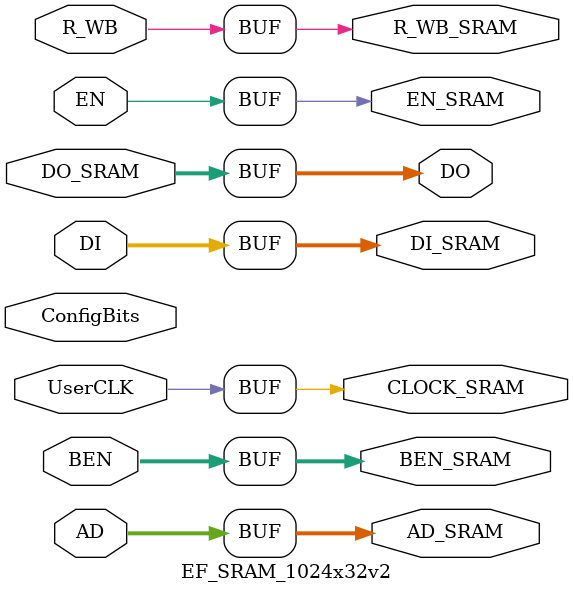
<source format=v>

module EF_SRAM_1024x32v2 #(parameter NoConfigBits = 0)(
	// ConfigBits has to be adjusted manually (we don't use an arithmetic parser for the value)
	
	// User design
    input  [(32 - 1) : 0] DI,
    input  [(32 - 1) : 0] BEN,
    input  [(10 - 1) : 0] AD,
    input                 EN,
    input                 R_WB,
    	output [(32 - 1) : 0] DO,

	// SRAM
    (* FABulous, EXTERNAL *) output [(32 - 1) : 0] DI_SRAM,
    (* FABulous, EXTERNAL *) output [(32 - 1) : 0] BEN_SRAM,
    (* FABulous, EXTERNAL *) output [(10 - 1) : 0] AD_SRAM,
    (* FABulous, EXTERNAL *) output                EN_SRAM,
    (* FABulous, EXTERNAL *) output                R_WB_SRAM,
    (* FABulous, EXTERNAL *) input  [(32 - 1) : 0] DO_SRAM,
    (* FABulous, EXTERNAL *) output                CLOCK_SRAM,
    
    // External and shared clock
    (* FABulous, EXTERNAL, SHARED_PORT *) input UserCLK,
    
    	(* FABulous, GLOBAL *) input [NoConfigBits-1:0] ConfigBits
);
    
	assign DI_SRAM      = DI;
	assign BEN_SRAM     = BEN;
	assign AD_SRAM      = AD;
	assign EN_SRAM      = EN;
	assign R_WB_SRAM    = R_WB;
	assign DO           = DO_SRAM;
	assign CLOCK_SRAM   = UserCLK;

endmodule

</source>
